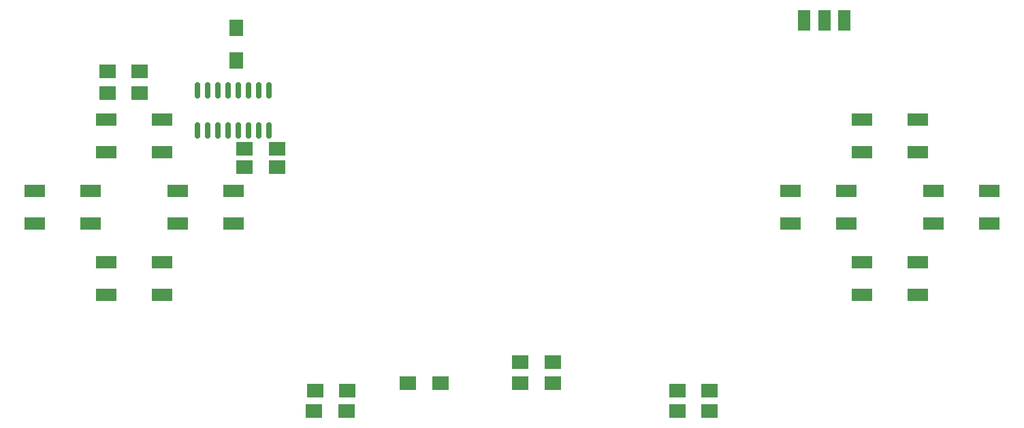
<source format=gbr>
%TF.GenerationSoftware,KiCad,Pcbnew,(6.0.2)*%
%TF.CreationDate,2022-04-12T00:42:21+02:00*%
%TF.ProjectId,raspi_game,72617370-695f-4676-916d-652e6b696361,rev?*%
%TF.SameCoordinates,Original*%
%TF.FileFunction,Paste,Top*%
%TF.FilePolarity,Positive*%
%FSLAX46Y46*%
G04 Gerber Fmt 4.6, Leading zero omitted, Abs format (unit mm)*
G04 Created by KiCad (PCBNEW (6.0.2)) date 2022-04-12 00:42:21*
%MOMM*%
%LPD*%
G01*
G04 APERTURE LIST*
G04 Aperture macros list*
%AMRoundRect*
0 Rectangle with rounded corners*
0 $1 Rounding radius*
0 $2 $3 $4 $5 $6 $7 $8 $9 X,Y pos of 4 corners*
0 Add a 4 corners polygon primitive as box body*
4,1,4,$2,$3,$4,$5,$6,$7,$8,$9,$2,$3,0*
0 Add four circle primitives for the rounded corners*
1,1,$1+$1,$2,$3*
1,1,$1+$1,$4,$5*
1,1,$1+$1,$6,$7*
1,1,$1+$1,$8,$9*
0 Add four rect primitives between the rounded corners*
20,1,$1+$1,$2,$3,$4,$5,0*
20,1,$1+$1,$4,$5,$6,$7,0*
20,1,$1+$1,$6,$7,$8,$9,0*
20,1,$1+$1,$8,$9,$2,$3,0*%
G04 Aperture macros list end*
%ADD10R,2.000000X1.700000*%
%ADD11R,1.500000X2.500000*%
%ADD12R,2.500000X1.500000*%
%ADD13R,1.700000X2.000000*%
%ADD14RoundRect,0.150000X-0.150000X0.825000X-0.150000X-0.825000X0.150000X-0.825000X0.150000X0.825000X0*%
G04 APERTURE END LIST*
D10*
%TO.C,R3*%
X112871000Y-114300000D03*
X108871000Y-114300000D03*
%TD*%
D11*
%TO.C,SW9*%
X174712000Y-68155000D03*
X172212000Y-68155000D03*
X169712000Y-68155000D03*
%TD*%
D12*
%TO.C,SW7*%
X174950000Y-89440000D03*
X167950000Y-89440000D03*
X174950000Y-93440000D03*
X167950000Y-93440000D03*
%TD*%
%TO.C,SW5*%
X185730000Y-89440000D03*
X192730000Y-89440000D03*
X192730000Y-93440000D03*
X185730000Y-93440000D03*
%TD*%
%TO.C,SW4*%
X98750000Y-89440000D03*
X91750000Y-89440000D03*
X91750000Y-93440000D03*
X98750000Y-93440000D03*
%TD*%
D10*
%TO.C,R2*%
X83039200Y-77241400D03*
X87039200Y-77241400D03*
%TD*%
%TO.C,C5*%
X138398000Y-110744000D03*
X134398000Y-110744000D03*
%TD*%
%TO.C,C2*%
X104108000Y-86487000D03*
X100108000Y-86487000D03*
%TD*%
D12*
%TO.C,SW8*%
X183840000Y-80550000D03*
X176840000Y-80550000D03*
X176840000Y-84550000D03*
X183840000Y-84550000D03*
%TD*%
D10*
%TO.C,D2*%
X157892000Y-116840000D03*
X153892000Y-116840000D03*
%TD*%
D13*
%TO.C,C3*%
X99060000Y-73120000D03*
X99060000Y-69120000D03*
%TD*%
D10*
%TO.C,C1*%
X104108000Y-84201000D03*
X100108000Y-84201000D03*
%TD*%
%TO.C,C4*%
X138398000Y-113411000D03*
X134398000Y-113411000D03*
%TD*%
%TO.C,R4*%
X153924000Y-114300000D03*
X157924000Y-114300000D03*
%TD*%
D12*
%TO.C,SW6*%
X176840000Y-98330000D03*
X183840000Y-98330000D03*
X183840000Y-102330000D03*
X176840000Y-102330000D03*
%TD*%
D10*
%TO.C,R1*%
X83064600Y-74498200D03*
X87064600Y-74498200D03*
%TD*%
%TO.C,C6*%
X120428000Y-113411000D03*
X124428000Y-113411000D03*
%TD*%
D14*
%TO.C,U2*%
X103124000Y-76900000D03*
X101854000Y-76900000D03*
X100584000Y-76900000D03*
X99314000Y-76900000D03*
X98044000Y-76900000D03*
X96774000Y-76900000D03*
X95504000Y-76900000D03*
X94234000Y-76900000D03*
X94234000Y-81850000D03*
X95504000Y-81850000D03*
X96774000Y-81850000D03*
X98044000Y-81850000D03*
X99314000Y-81850000D03*
X100584000Y-81850000D03*
X101854000Y-81850000D03*
X103124000Y-81850000D03*
%TD*%
D12*
%TO.C,SW2*%
X89860000Y-98330000D03*
X82860000Y-98330000D03*
X89860000Y-102330000D03*
X82860000Y-102330000D03*
%TD*%
D10*
%TO.C,D1*%
X108744000Y-116840000D03*
X112744000Y-116840000D03*
%TD*%
D12*
%TO.C,SW3*%
X73970000Y-89440000D03*
X80970000Y-89440000D03*
X73970000Y-93440000D03*
X80970000Y-93440000D03*
%TD*%
%TO.C,SW1*%
X89860000Y-80550000D03*
X82860000Y-80550000D03*
X82860000Y-84550000D03*
X89860000Y-84550000D03*
%TD*%
M02*

</source>
